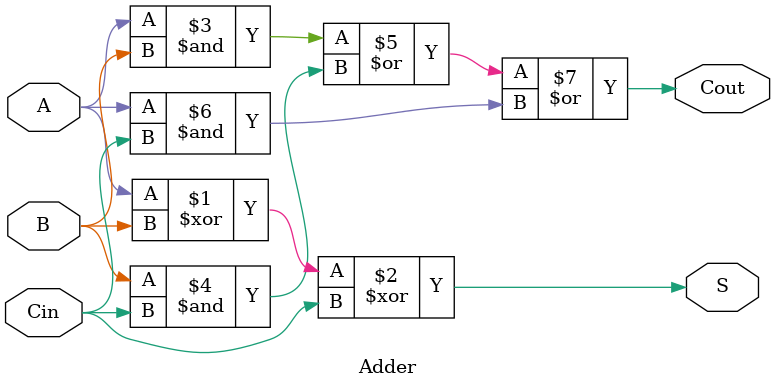
<source format=v>
`timescale 1ns / 1ps
module Adder(
    input A,
    input B,
    input Cin,
    output S,
    output Cout
);

    assign S = A ^ B ^ Cin;  // XOR for sum
    assign Cout = (A & B) | (B & Cin) | (A & Cin); // Corrected Carry-out

endmodule

</source>
